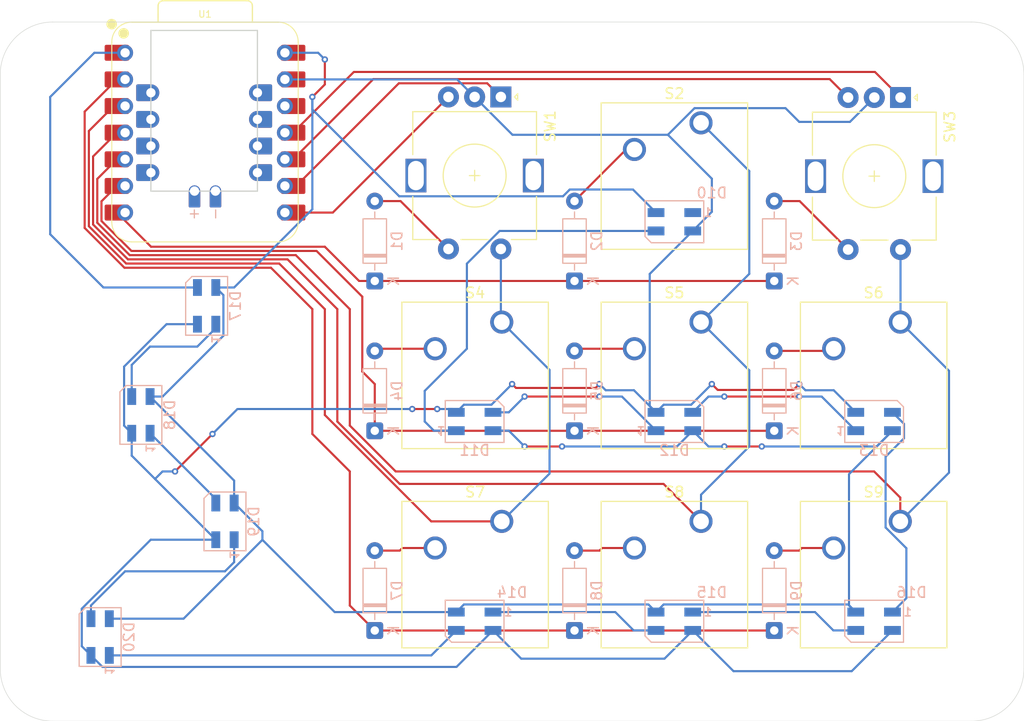
<source format=kicad_pcb>
(kicad_pcb (version 20241229) (generator "pcbnew") (generator_version "9.0")
  (layers (0 "F.Cu" signal) (2 "B.Cu" signal) (13 "F.Paste" user) (15 "B.Paste" user) (5 "F.SilkS" user "F.Silkscreen") (7 "B.SilkS" user "B.Silkscreen") (1 "F.Mask" user) (3 "B.Mask" user) (25 "Edge.Cuts" user))
  (net 0 "")
  (net 1 "row_0")
  (net 2 "Net-(D1-A)")
  (net 3 "Net-(D2-A)")
  (net 4 "Net-(D3-A)")
  (net 5 "Net-(D4-A)")
  (net 6 "Net-(D5-A)")
  (net 7 "Net-(D6-A)")
  (net 8 "Net-(D7-A)")
  (net 9 "Net-(D8-A)")
  (net 10 "Net-(D9-A)")
  (net 11 "row_1")
  (net 12 "row_2")
  (net 13 "Net-(D10-DIN)")
  (net 14 "+5V")
  (net 16 "RotEnc1B")
  (net 17 "RotEnc1A")
  (net 18 "RotEnc2A")
  (net 20 "RotEnc2B")
  (net 21 "Net-(D11-DIN)")
  (net 22 "Net-(D12-DIN)")
  (net 23 "Net-(D13-DIN)")
  (net 24 "Net-(D14-DIN)")
  (net 25 "Net-(D14-DOUT)")
  (net 26 "Net-(D15-DOUT)")
  (net 27 "Net-(D17-DOUT)")
  (net 28 "Led input")
  (net 29 "Net-(D18-DOUT)")
  (net 30 "Net-(D19-DOUT)")
  (net 31 "col_1")
  (net 32 "col_0")
  (net 33 "col_2")
  (net 34 "GND")
  (footprint "Button_Switch_Keyboard:SW_Cherry_MX_1.00u_PCB" (layer "F.Cu") (at 133.017242 77.096639)
    (property "Reference" "S4")
    (property "Value" "~")
  )
  (footprint "Button_Switch_Keyboard:SW_Cherry_MX_1.00u_PCB" (layer "F.Cu") (at 171.027242 77.096639)
    (property "Reference" "S6")
    (property "Value" "~")
  )
  (footprint "Rotary_Encoder:RotaryEncoder_Alps_EC11E-Switch_Vertical_H20mm" (layer "F.Cu") (at 132.932242 55.621639 -90)
    (property "Reference" "SW1")
    (property "Value" "RotaryEncoder_Switch")
  )
  (footprint "Seeed Studio XIAO Series Library:XIAO-MG24-DIP" (layer "F.Cu") (at 104.714742 59.030389 90)
    (property "Reference" "U1")
    (property "Value" "MCU_Seeed_XIAO_RP2040")
    (fp_line (start 9.75 -5.159006) (end -5.574811 -5.159006) (stroke (width 0.12)) (layer "Edge.Cuts"))
    (fp_line (start -5.574811 -5.159006) (end -5.574811 5) (stroke (width 0.12)) (layer "Edge.Cuts"))
    (fp_line (start 9.75 5) (end 9.75 -5.159006) (stroke (width 0.12)) (layer "Edge.Cuts"))
    (fp_line (start -5.574811 5.000994) (end 9.75 5.000994) (stroke (width 0.12)) (layer "Edge.Cuts"))
  )
  (footprint "Rotary_Encoder:RotaryEncoder_Alps_EC11E-Switch_Vertical_H20mm" (layer "F.Cu") (at 171.05 55.67625 -90)
    (property "Reference" "SW3")
    (property "Value" "RotaryEncoder_Switch")
  )
  (footprint "Button_Switch_Keyboard:SW_Cherry_MX_1.00u_PCB" (layer "F.Cu") (at 133.017242 96.101639)
    (property "Reference" "S7")
    (property "Value" "~")
  )
  (footprint "Button_Switch_Keyboard:SW_Cherry_MX_1.00u_PCB" (layer "F.Cu") (at 152.022242 96.101639)
    (property "Reference" "S8")
    (property "Value" "~")
  )
  (footprint "Button_Switch_Keyboard:SW_Cherry_MX_1.00u_PCB" (layer "F.Cu") (at 152.022242 58.091639)
    (property "Reference" "S2")
    (property "Value" "~")
  )
  (footprint "Button_Switch_Keyboard:SW_Cherry_MX_1.00u_PCB" (layer "F.Cu") (at 152.022242 77.096639)
    (property "Reference" "S5")
    (property "Value" "~")
  )
  (footprint "Button_Switch_Keyboard:SW_Cherry_MX_1.00u_PCB" (layer "F.Cu") (at 171.027242 96.101639)
    (property "Reference" "S9")
    (property "Value" "~")
  )
  (footprint "LED_SMD:LED_SK6812MINI_PLCC4_3.5x3.5mm_P1.75mm" (layer "B.Cu") (at 130.432242 86.576639)
    (property "Reference" "D11")
    (property "Value" "SK6812MINI")
  )
  (footprint "LED_SMD:LED_SK6812MINI_PLCC4_3.5x3.5mm_P1.75mm" (layer "B.Cu") (at 149.482242 105.626639 180)
    (property "Reference" "D15")
    (property "Value" "SK6812MINI")
  )
  (footprint "Diode_THT:D_DO-35_SOD27_P7.62mm_Horizontal" (layer "B.Cu") (at 159.007242 73.172889 90)
    (property "Reference" "D3")
    (property "Value" "1N4148")
  )
  (footprint "LED_SMD:LED_SK6812MINI_PLCC4_3.5x3.5mm_P1.75mm" (layer "B.Cu") (at 104.869742 75.545389 90)
    (property "Reference" "D17")
    (property "Value" "SK6812MINI")
  )
  (footprint "LED_SMD:LED_SK6812MINI_PLCC4_3.5x3.5mm_P1.75mm" (layer "B.Cu") (at 149.482242 67.526639 180)
    (property "Reference" "D10")
    (property "Value" "SK6812MINI")
  )
  (footprint "Diode_THT:D_DO-35_SOD27_P7.62mm_Horizontal" (layer "B.Cu") (at 159.007242 106.510389 90)
    (property "Reference" "D9")
    (property "Value" "1N4148")
  )
  (footprint "LED_SMD:LED_SK6812MINI_PLCC4_3.5x3.5mm_P1.75mm" (layer "B.Cu") (at 168.532242 86.576639)
    (property "Reference" "D13")
    (property "Value" "SK6812MINI")
  )
  (footprint "LED_SMD:LED_SK6812MINI_PLCC4_3.5x3.5mm_P1.75mm" (layer "B.Cu") (at 106.619742 96.101639 90)
    (property "Reference" "D19")
    (property "Value" "SK6812MINI")
  )
  (footprint "LED_SMD:LED_SK6812MINI_PLCC4_3.5x3.5mm_P1.75mm" (layer "B.Cu") (at 168.532242 105.626639 180)
    (property "Reference" "D16")
    (property "Value" "SK6812MINI")
  )
  (footprint "LED_SMD:LED_SK6812MINI_PLCC4_3.5x3.5mm_P1.75mm" (layer "B.Cu") (at 130.432242 105.626639 180)
    (property "Reference" "D14")
    (property "Value" "SK6812MINI")
  )
  (footprint "Diode_THT:D_DO-35_SOD27_P7.62mm_Horizontal" (layer "B.Cu") (at 120.907242 106.510389 90)
    (property "Reference" "D7")
    (property "Value" "1N4148")
  )
  (footprint "Diode_THT:D_DO-35_SOD27_P7.62mm_Horizontal" (layer "B.Cu") (at 139.957242 73.172889 90)
    (property "Reference" "D2")
    (property "Value" "1N4148")
  )
  (footprint "Diode_THT:D_DO-35_SOD27_P7.62mm_Horizontal" (layer "B.Cu") (at 159.007242 87.460389 90)
    (property "Reference" "D6")
    (property "Value" "1N4148")
  )
  (footprint "LED_SMD:LED_SK6812MINI_PLCC4_3.5x3.5mm_P1.75mm" (layer "B.Cu") (at 98.600992 85.945389 90)
    (property "Reference" "D18")
    (property "Value" "SK6812MINI")
  )
  (footprint "Diode_THT:D_DO-35_SOD27_P7.62mm_Horizontal" (layer "B.Cu") (at 120.907242 87.460389 90)
    (property "Reference" "D4")
    (property "Value" "1N4148")
  )
  (footprint "Diode_THT:D_DO-35_SOD27_P7.62mm_Horizontal" (layer "B.Cu") (at 139.957242 87.460389 90)
    (property "Reference" "D5")
    (property "Value" "1N4148")
  )
  (footprint "LED_SMD:LED_SK6812MINI_PLCC4_3.5x3.5mm_P1.75mm" (layer "B.Cu") (at 94.713492 107.132889 90)
    (property "Reference" "D20")
    (property "Value" "SK6812MINI")
  )
  (footprint "LED_SMD:LED_SK6812MINI_PLCC4_3.5x3.5mm_P1.75mm" (layer "B.Cu") (at 149.482242 86.576639)
    (property "Reference" "D12")
    (property "Value" "SK6812MINI")
  )
  (footprint "Diode_THT:D_DO-35_SOD27_P7.62mm_Horizontal" (layer "B.Cu") (at 120.907242 73.172889 90)
    (property "Reference" "D1")
    (property "Value" "1N4148")
  )
  (footprint "Diode_THT:D_DO-35_SOD27_P7.62mm_Horizontal" (layer "B.Cu") (at 139.957242 106.510389 90)
    (property "Reference" "D8")
    (property "Value" "1N4148")
  )
  (gr_arc (start 182.819742 110.151639) (mid 181.355265 113.687163) (end 177.819742 115.151639) (stroke (width 0.05)) (layer "Edge.Cuts"))
  (gr_arc (start 177.819742 48.476639) (mid 181.355235 49.941122) (end 182.819742 53.476639) (stroke (width 0.05)) (layer "Edge.Cuts"))
  (gr_arc (start 90.188492 115.151639) (mid 86.652958 113.687173) (end 85.188492 110.151639) (stroke (width 0.05)) (layer "Edge.Cuts"))
  (gr_line (start 90.188492 48.476639) (end 177.819742 48.476639) (stroke (width 0.05)) (layer "Edge.Cuts"))
  (gr_line (start 182.819742 53.476639) (end 182.819742 110.151639) (stroke (width 0.05)) (layer "Edge.Cuts"))
  (gr_arc (start 85.188492 53.476639) (mid 86.652958 49.941105) (end 90.188492 48.476639) (stroke (width 0.05)) (layer "Edge.Cuts"))
  (gr_line (start 177.819742 115.151639) (end 90.188492 115.151639) (stroke (width 0.05)) (layer "Edge.Cuts"))
  (gr_line (start 85.188492 110.151639) (end 85.188492 53.476639) (stroke (width 0.05)) (layer "Edge.Cuts"))
  (segment (start 120.907242 73.172889) (end 159.007242 73.172889) (width 0.2) (layer "F.Cu") (net 1))
  (segment (start 119.409742 73.172889) (end 120.907242 73.172889) (width 0.2) (layer "F.Cu") (net 1))
  (segment (start 96.309742 66.650389) (end 99.567242 69.907889) (width 0.2) (layer "F.Cu") (net 1))
  (segment (start 99.567242 69.907889) (end 116.144742 69.907889) (width 0.2) (layer "F.Cu") (net 1))
  (segment (start 116.144742 69.907889) (end 119.409742 73.172889) (width 0.2) (layer "F.Cu") (net 1))
  (segment (start 127.932242 70.121639) (end 123.363492 65.552889) (width 0.2) (layer "F.Cu") (net 2))
  (segment (start 123.363492 65.552889) (end 120.907242 65.552889) (width 0.2) (layer "F.Cu") (net 2))
  (segment (start 144.878492 60.631639) (end 139.957242 65.552889) (width 0.2) (layer "F.Cu") (net 3))
  (segment (start 145.672242 60.631639) (end 144.878492 60.631639) (width 0.2) (layer "F.Cu") (net 3))
  (segment (start 159.007242 65.552889) (end 161.426639 65.552889) (width 0.2) (layer "F.Cu") (net 4))
  (segment (start 161.426639 65.552889) (end 166.05 70.17625) (width 0.2) (layer "F.Cu") (net 4))
  (segment (start 121.110992 79.636639) (end 120.907242 79.840389) (width 0.2) (layer "F.Cu") (net 5))
  (segment (start 126.667242 79.636639) (end 121.110992 79.636639) (width 0.2) (layer "F.Cu") (net 5))
  (segment (start 140.160992 79.636639) (end 139.957242 79.840389) (width 0.2) (layer "F.Cu") (net 6))
  (segment (start 145.672242 79.636639) (end 140.160992 79.636639) (width 0.2) (layer "F.Cu") (net 6))
  (segment (start 164.473492 79.840389) (end 164.677242 79.636639) (width 0.2) (layer "F.Cu") (net 7))
  (segment (start 159.007242 79.840389) (end 164.473492 79.840389) (width 0.2) (layer "F.Cu") (net 7))
  (segment (start 123.288492 98.890389) (end 123.537242 98.641639) (width 0.2) (layer "F.Cu") (net 8))
  (segment (start 120.907242 98.890389) (end 123.288492 98.890389) (width 0.2) (layer "F.Cu") (net 8))
  (segment (start 123.537242 98.641639) (end 126.667242 98.641639) (width 0.2) (layer "F.Cu") (net 8))
  (segment (start 142.587242 98.641639) (end 145.672242 98.641639) (width 0.2) (layer "F.Cu") (net 9))
  (segment (start 142.338492 98.890389) (end 142.587242 98.641639) (width 0.2) (layer "F.Cu") (net 9))
  (segment (start 139.957242 98.890389) (end 142.338492 98.890389) (width 0.2) (layer "F.Cu") (net 9))
  (segment (start 161.388492 98.890389) (end 161.637242 98.641639) (width 0.2) (layer "F.Cu") (net 10))
  (segment (start 161.637242 98.641639) (end 164.677242 98.641639) (width 0.2) (layer "F.Cu") (net 10))
  (segment (start 159.007242 98.890389) (end 161.388492 98.890389) (width 0.2) (layer "F.Cu") (net 10))
  (segment (start 96.309742 64.110389) (end 94.842742 65.577389) (width 0.2) (layer "F.Cu") (net 11))
  (segment (start 94.842742 65.577389) (end 94.842742 67.452015) (width 0.2) (layer "F.Cu") (net 11))
  (segment (start 119.716617 81.814139) (end 120.907242 83.004764) (width 0.2) (layer "F.Cu") (net 11))
  (segment (start 115.355117 70.308889) (end 119.716617 74.670389) (width 0.2) (layer "F.Cu") (net 11))
  (segment (start 119.716617 74.670389) (end 119.716617 81.814139) (width 0.2) (layer "F.Cu") (net 11))
  (segment (start 120.907242 83.004764) (end 120.907242 87.460389) (width 0.2) (layer "F.Cu") (net 11))
  (segment (start 94.842742 67.452015) (end 97.699616 70.308889) (width 0.2) (layer "F.Cu") (net 11))
  (segment (start 159.007242 87.460389) (end 120.907242 87.460389) (width 0.2) (layer "F.Cu") (net 11))
  (segment (start 97.699616 70.308889) (end 115.355117 70.308889) (width 0.2) (layer "F.Cu") (net 11))
  (segment (start 97.035216 71.912889) (end 111.005992 71.912889) (width 0.2) (layer "F.Cu") (net 12))
  (segment (start 111.005992 71.912889) (end 114.954117 75.861014) (width 0.2) (layer "F.Cu") (net 12))
  (segment (start 120.907242 106.510389) (end 159.007242 106.510389) (width 0.2) (layer "F.Cu") (net 12))
  (segment (start 93.238742 57.021389) (end 93.238742 68.116415) (width 0.2) (layer "F.Cu") (net 12))
  (segment (start 118.525992 104.129139) (end 120.907242 106.510389) (width 0.2) (layer "F.Cu") (net 12))
  (segment (start 93.238742 68.116415) (end 97.035216 71.912889) (width 0.2) (layer "F.Cu") (net 12))
  (segment (start 96.309742 53.950389) (end 93.238742 57.021389) (width 0.2) (layer "F.Cu") (net 12))
  (segment (start 118.525992 91.339139) (end 118.525992 104.129139) (width 0.2) (layer "F.Cu") (net 12))
  (segment (start 114.954117 87.767264) (end 118.525992 91.339139) (width 0.2) (layer "F.Cu") (net 12))
  (segment (start 114.954117 75.861014) (end 114.954117 87.767264) (width 0.2) (layer "F.Cu") (net 12))
  (segment (start 128.682242 87.451639) (end 126.544742 87.451639) (width 0.2) (layer "B.Cu") (net 13))
  (segment (start 129.692001 71.521988) (end 132.81235 68.401639) (width 0.2) (layer "B.Cu") (net 13))
  (segment (start 125.669742 86.576639) (end 125.669742 83.659323) (width 0.2) (layer "B.Cu") (net 13))
  (segment (start 126.544742 87.451639) (end 125.669742 86.576639) (width 0.2) (layer "B.Cu") (net 13))
  (segment (start 125.669742 83.659323) (end 129.692001 79.637064) (width 0.2) (layer "B.Cu") (net 13))
  (segment (start 132.81235 68.401639) (end 147.732242 68.401639) (width 0.2) (layer "B.Cu") (net 13))
  (segment (start 129.692001 79.637064) (end 129.692001 71.521988) (width 0.2) (layer "B.Cu") (net 13))
  (segment (start 116.144742 54.429764) (end 114.954117 55.620389) (width 0.2) (layer "F.Cu") (net 14))
  (segment (start 138.766617 88.957889) (end 135.194742 88.957889) (width 0.2) (layer "F.Cu") (net 14))
  (segment (start 157.816617 88.957889) (end 154.244742 88.957889) (width 0.2) (layer "F.Cu") (net 14))
  (segment (start 116.144742 52.048514) (end 116.144742 54.429764) (width 0.2) (layer "F.Cu") (net 14))
  (via (at 157.816617 88.957889) (size 0.6) (drill 0.3) (layers "F.Cu" "B.Cu") (net 14))
  (via (at 138.766617 88.957889) (size 0.6) (drill 0.3) (layers "F.Cu" "B.Cu") (net 14))
  (via (at 135.194742 88.957889) (size 0.6) (drill 0.3) (layers "F.Cu" "B.Cu") (net 14))
  (via (at 114.954117 55.620389) (size 0.6) (drill 0.3) (layers "F.Cu" "B.Cu") (net 14))
  (via (at 154.244742 88.957889) (size 0.6) (drill 0.3) (layers "F.Cu" "B.Cu") (net 14))
  (via (at 116.144742 52.048514) (size 0.6) (drill 0.3) (layers "F.Cu" "B.Cu") (net 14))
  (segment (start 114.954117 56.811014) (end 114.954117 55.620389) (width 0.2) (layer "B.Cu") (net 14))
  (segment (start 166.056242 104.025639) (end 166.782242 104.751639) (width 0.2) (layer "B.Cu") (net 14))
  (segment (start 147.006242 104.025639) (end 147.732242 104.751639) (width 0.2) (layer "B.Cu") (net 14))
  (segment (start 99.475992 84.195389) (end 107.494742 92.214139) (width 0.2) (layer "B.Cu") (net 14))
  (segment (start 106.470742 74.521389) (end 106.470742 78.396389) (width 0.2) (layer "B.Cu") (net 14))
  (segment (start 114.954117 66.336014) (end 107.494742 73.795389) (width 0.2) (layer "B.Cu") (net 14))
  (segment (start 170.282242 87.451639) (end 166.136242 91.597639) (width 0.2) (layer "B.Cu") (net 14))
  (segment (start 129.408242 104.025639) (end 147.006242 104.025639) (width 0.2) (layer "B.Cu") (net 14))
  (segment (start 105.744742 73.795389) (end 106.470742 74.521389) (width 0.2) (layer "B.Cu") (net 14))
  (segment (start 166.136242 104.105639) (end 166.782242 104.751639) (width 0.2) (layer "B.Cu") (net 14))
  (segment (start 135.194742 88.957889) (end 133.688492 87.451639) (width 0.2) (layer "B.Cu") (net 14))
  (segment (start 115.506617 51.410389) (end 116.144742 52.048514) (width 0.2) (layer "B.Cu") (net 14))
  (segment (start 148.458242 104.025639) (end 166.056242 104.025639) (width 0.2) (layer "B.Cu") (net 14))
  (segment (start 170.282242 87.451639) (end 168.775992 88.957889) (width 0.2) (layer "B.Cu") (net 14))
  (segment (start 110.191617 97.859364) (end 102.668092 105.382889) (width 0.2) (layer "B.Cu") (net 14))
  (segment (start 152.738492 88.957889) (end 151.232242 87.451639) (width 0.2) (layer "B.Cu") (net 14))
  (segment (start 123.239942 65.096839) (end 114.954117 56.811014) (width 0.2) (layer "B.Cu") (net 14))
  (segment (start 166.136242 91.597639) (end 166.136242 104.105639) (width 0.2) (layer "B.Cu") (net 14))
  (segment (start 133.688492 87.451639) (end 132.182242 87.451639) (width 0.2) (layer "B.Cu") (net 14))
  (segment (start 102.668092 105.382889) (end 95.588492 105.382889) (width 0.2) (layer "B.Cu") (net 14))
  (segment (start 112.334742 51.410389) (end 115.506617 51.410389) (width 0.2) (layer "B.Cu") (net 14))
  (segment (start 149.725992 88.957889) (end 138.766617 88.957889) (width 0.2) (layer "B.Cu") (net 14))
  (segment (start 110.191617 97.859364) (end 117.083892 104.751639) (width 0.2) (layer "B.Cu") (net 14))
  (segment (start 110.191617 97.048514) (end 110.191617 97.859364) (width 0.2) (layer "B.Cu") (net 14))
  (segment (start 107.494742 94.351639) (end 110.191617 97.048514) (width 0.2) (layer "B.Cu") (net 14))
  (segment (start 107.494742 73.795389) (end 105.744742 73.795389) (width 0.2) (layer "B.Cu") (net 14))
  (segment (start 168.775992 88.957889) (end 157.816617 88.957889) (width 0.2) (layer "B.Cu") (net 14))
  (segment (start 128.682242 104.751639) (end 129.408242 104.025639) (width 0.2) (layer "B.Cu") (net 14))
  (segment (start 154.244742 88.957889) (end 152.738492 88.957889) (width 0.2) (layer "B.Cu") (net 14))
  (segment (start 117.083892 104.751639) (end 128.682242 104.751639) (width 0.2) (layer "B.Cu") (net 14))
  (segment (start 139.501192 64.451889) (end 138.856242 65.096839) (width 0.2) (layer "B.Cu") (net 14))
  (segment (start 107.494742 92.214139) (end 107.494742 94.351639) (width 0.2) (layer "B.Cu") (net 14))
  (segment (start 100.671742 84.195389) (end 99.475992 84.195389) (width 0.2) (layer "B.Cu") (net 14))
  (segment (start 147.732242 104.751639) (end 148.458242 104.025639) (width 0.2) (layer "B.Cu") (net 14))
  (segment (start 106.470742 78.396389) (end 100.671742 84.195389) (width 0.2) (layer "B.Cu") (net 14))
  (segment (start 147.732242 66.651639) (end 145.532492 64.451889) (width 0.2) (layer "B.Cu") (net 14))
  (segment (start 151.232242 87.451639) (end 149.725992 88.957889) (width 0.2) (layer "B.Cu") (net 14))
  (segment (start 114.954117 55.620389) (end 114.954117 66.336014) (width 0.2) (layer "B.Cu") (net 14))
  (segment (start 138.856242 65.096839) (end 123.239942 65.096839) (width 0.2) (layer "B.Cu") (net 14))
  (segment (start 145.532492 64.451889) (end 139.501192 64.451889) (width 0.2) (layer "B.Cu") (net 14))
  (segment (start 112.334742 66.650389) (end 116.903492 66.650389) (width 0.2) (layer "F.Cu") (net 16))
  (segment (start 116.903492 66.650389) (end 127.932242 55.621639) (width 0.2) (layer "F.Cu") (net 16))
  (segment (start 131.631242 54.320639) (end 132.932242 55.621639) (width 0.2) (layer "F.Cu") (net 17))
  (segment (start 112.334742 64.110389) (end 113.412372 64.110389) (width 0.2) (layer "F.Cu") (net 17))
  (segment (start 113.412372 64.110389) (end 123.202122 54.320639) (width 0.2) (layer "F.Cu") (net 17))
  (segment (start 123.202122 54.320639) (end 131.631242 54.320639) (width 0.2) (layer "F.Cu") (net 17))
  (segment (start 113.119742 59.030389) (end 118.910992 53.239139) (width 0.2) (layer "F.Cu") (net 18))
  (segment (start 168.612889 53.239139) (end 171.05 55.67625) (width 0.2) (layer "F.Cu") (net 18))
  (segment (start 118.910992 53.239139) (end 168.612889 53.239139) (width 0.2) (layer "F.Cu") (net 18))
  (segment (start 120.770492 53.919639) (end 164.293389 53.919639) (width 0.2) (layer "F.Cu") (net 20))
  (segment (start 113.119742 61.570389) (end 120.770492 53.919639) (width 0.2) (layer "F.Cu") (net 20))
  (segment (start 164.293389 53.919639) (end 166.05 55.67625) (width 0.2) (layer "F.Cu") (net 20))
  (segment (start 142.338492 84.195389) (end 135.194742 84.195389) (width 0.2) (layer "F.Cu") (net 21))
  (via (at 135.194742 84.195389) (size 0.6) (drill 0.3) (layers "F.Cu" "B.Cu") (net 21))
  (via (at 142.338492 84.195389) (size 0.6) (drill 0.3) (layers "F.Cu" "B.Cu") (net 21))
  (segment (start 133.688492 85.701639) (end 132.182242 85.701639) (width 0.2) (layer "B.Cu") (net 21))
  (segment (start 135.194742 84.195389) (end 133.688492 85.701639) (width 0.2) (layer "B.Cu") (net 21))
  (segment (start 144.475992 84.195389) (end 142.338492 84.195389) (width 0.2) (layer "B.Cu") (net 21))
  (segment (start 147.732242 87.451639) (end 144.475992 84.195389) (width 0.2) (layer "B.Cu") (net 21))
  (segment (start 161.388492 84.195389) (end 154.244742 84.195389) (width 0.2) (layer "F.Cu") (net 22))
  (via (at 161.388492 84.195389) (size 0.6) (drill 0.3) (layers "F.Cu" "B.Cu") (net 22))
  (via (at 154.244742 84.195389) (size 0.6) (drill 0.3) (layers "F.Cu" "B.Cu") (net 22))
  (segment (start 163.525992 84.195389) (end 161.388492 84.195389) (width 0.2) (layer "B.Cu") (net 22))
  (segment (start 152.738492 84.195389) (end 151.232242 85.701639) (width 0.2) (layer "B.Cu") (net 22))
  (segment (start 154.244742 84.195389) (end 152.738492 84.195389) (width 0.2) (layer "B.Cu") (net 22))
  (segment (start 166.782242 87.451639) (end 163.525992 84.195389) (width 0.2) (layer "B.Cu") (net 22))
  (segment (start 171.607556 103.426325) (end 171.607556 98.663267) (width 0.2) (layer "B.Cu") (net 23))
  (segment (start 171.383242 86.802639) (end 170.282242 85.701639) (width 0.2) (layer "B.Cu") (net 23))
  (segment (start 171.383242 88.177639) (end 171.383242 86.802639) (width 0.2) (layer "B.Cu") (net 23))
  (segment (start 171.607556 98.663267) (end 169.626242 96.681953) (width 0.2) (layer "B.Cu") (net 23))
  (segment (start 169.626242 89.934639) (end 171.383242 88.177639) (width 0.2) (layer "B.Cu") (net 23))
  (segment (start 169.626242 96.681953) (end 169.626242 89.934639) (width 0.2) (layer "B.Cu") (net 23))
  (segment (start 170.282242 104.751639) (end 171.607556 103.426325) (width 0.2) (layer "B.Cu") (net 23))
  (segment (start 95.588492 108.882889) (end 126.300992 108.882889) (width 0.2) (layer "B.Cu") (net 24))
  (segment (start 126.300992 108.882889) (end 128.682242 106.501639) (width 0.2) (layer "B.Cu") (net 24))
  (segment (start 145.594742 106.501639) (end 147.732242 106.501639) (width 0.2) (layer "B.Cu") (net 25))
  (segment (start 143.844742 104.751639) (end 145.594742 106.501639) (width 0.2) (layer "B.Cu") (net 25))
  (segment (start 132.182242 104.751639) (end 143.844742 104.751639) (width 0.2) (layer "B.Cu") (net 25))
  (segment (start 164.644742 106.501639) (end 166.782242 106.501639) (width 0.2) (layer "B.Cu") (net 26))
  (segment (start 151.232242 104.751639) (end 162.894742 104.751639) (width 0.2) (layer "B.Cu") (net 26))
  (segment (start 162.894742 104.751639) (end 164.644742 106.501639) (width 0.2) (layer "B.Cu") (net 26))
  (segment (start 105.744742 77.670389) (end 103.982242 79.432889) (width 0.2) (layer "B.Cu") (net 27))
  (segment (start 105.744742 77.295389) (end 105.744742 77.670389) (width 0.2) (layer "B.Cu") (net 27))
  (segment (start 99.475992 79.432889) (end 97.725992 81.182889) (width 0.2) (layer "B.Cu") (net 27))
  (segment (start 103.982242 79.432889) (end 99.475992 79.432889) (width 0.2) (layer "B.Cu") (net 27))
  (segment (start 97.725992 81.182889) (end 97.725992 84.195389) (width 0.2) (layer "B.Cu") (net 27))
  (segment (start 89.950992 68.717264) (end 95.029117 73.795389) (width 0.2) (layer "B.Cu") (net 28))
  (segment (start 94.160992 51.410389) (end 89.950992 55.620389) (width 0.2) (layer "B.Cu") (net 28))
  (segment (start 95.029117 73.795389) (end 103.994742 73.795389) (width 0.2) (layer "B.Cu") (net 28))
  (segment (start 97.094742 51.410389) (end 94.160992 51.410389) (width 0.2) (layer "B.Cu") (net 28))
  (segment (start 89.950992 55.620389) (end 89.950992 68.717264) (width 0.2) (layer "B.Cu") (net 28))
  (segment (start 105.744742 93.964139) (end 105.744742 94.351639) (width 0.2) (layer "B.Cu") (net 29))
  (segment (start 99.475992 87.695389) (end 105.744742 93.964139) (width 0.2) (layer "B.Cu") (net 29))
  (segment (start 97.094742 100.864139) (end 93.838492 104.120389) (width 0.2) (layer "B.Cu") (net 30))
  (segment (start 106.619742 100.864139) (end 97.094742 100.864139) (width 0.2) (layer "B.Cu") (net 30))
  (segment (start 107.494742 97.851639) (end 107.494742 99.989139) (width 0.2) (layer "B.Cu") (net 30))
  (segment (start 107.494742 99.989139) (end 106.619742 100.864139) (width 0.2) (layer "B.Cu") (net 30))
  (segment (start 93.838492 104.120389) (end 93.838492 105.382889) (width 0.2) (layer "B.Cu") (net 30))
  (segment (start 94.040742 67.784215) (end 97.367416 71.110889) (width 0.2) (layer "F.Cu") (net 31))
  (segment (start 94.040742 61.299389) (end 94.040742 67.784215) (width 0.2) (layer "F.Cu") (net 31))
  (segment (start 112.585242 71.110889) (end 117.335367 75.861014) (width 0.2) (layer "F.Cu") (net 31))
  (segment (start 96.309742 59.030389) (end 94.040742 61.299389) (width 0.2) (layer "F.Cu") (net 31))
  (segment (start 117.335367 86.576639) (end 123.288492 92.529764) (width 0.2) (layer "F.Cu") (net 31))
  (segment (start 148.450367 92.529764) (end 152.022242 96.101639) (width 0.2) (layer "F.Cu") (net 31))
  (segment (start 117.335367 75.861014) (end 117.335367 86.576639) (width 0.2) (layer "F.Cu") (net 31))
  (segment (start 123.288492 92.529764) (end 148.450367 92.529764) (width 0.2) (layer "F.Cu") (net 31))
  (segment (start 97.367416 71.110889) (end 112.585242 71.110889) (width 0.2) (layer "F.Cu") (net 31))
  (segment (start 152.022242 96.101639) (end 152.022242 93.561639) (width 0.2) (layer "B.Cu") (net 31))
  (segment (start 156.625992 62.695389) (end 152.022242 58.091639) (width 0.2) (layer "B.Cu") (net 31))
  (segment (start 156.625992 72.492889) (end 156.625992 62.695389) (width 0.2) (layer "B.Cu") (net 31))
  (segment (start 152.022242 77.096639) (end 156.625992 72.492889) (width 0.2) (layer "B.Cu") (net 31))
  (segment (start 156.625992 81.700389) (end 152.022242 77.096639) (width 0.2) (layer "B.Cu") (net 31))
  (segment (start 152.022242 93.561639) (end 156.625992 88.957889) (width 0.2) (layer "B.Cu") (net 31))
  (segment (start 156.625992 88.957889) (end 156.625992 81.700389) (width 0.2) (layer "B.Cu") (net 31))
  (segment (start 96.017112 56.490389) (end 97.094742 56.490389) (width 0.2) (layer "F.Cu") (net 32))
  (segment (start 133.017242 96.101639) (end 126.293267 96.101639) (width 0.2) (layer "F.Cu") (net 32))
  (segment (start 126.293267 96.101639) (end 116.144742 85.953114) (width 0.2) (layer "F.Cu") (net 32))
  (segment (start 111.795617 71.511889) (end 97.201316 71.511889) (width 0.2) (layer "F.Cu") (net 32))
  (segment (start 116.144742 75.861014) (end 111.795617 71.511889) (width 0.2) (layer "F.Cu") (net 32))
  (segment (start 116.144742 85.953114) (end 116.144742 75.861014) (width 0.2) (layer "F.Cu") (net 32))
  (segment (start 97.201316 71.511889) (end 93.639742 67.950315) (width 0.2) (layer "F.Cu") (net 32))
  (segment (start 93.639742 58.867759) (end 96.017112 56.490389) (width 0.2) (layer "F.Cu") (net 32))
  (segment (start 93.639742 67.950315) (end 93.639742 58.867759) (width 0.2) (layer "F.Cu") (net 32))
  (segment (start 132.932242 96.016639) (end 133.017242 96.101639) (width 0.2) (layer "B.Cu") (net 32))
  (segment (start 132.932242 70.121639) (end 132.932242 77.011639) (width 0.2) (layer "B.Cu") (net 32))
  (segment (start 133.017242 77.096639) (end 137.575992 81.655389) (width 0.2) (layer "B.Cu") (net 32))
  (segment (start 137.575992 81.655389) (end 137.575992 91.542889) (width 0.2) (layer "B.Cu") (net 32))
  (segment (start 132.932242 77.011639) (end 133.017242 77.096639) (width 0.2) (layer "B.Cu") (net 32))
  (segment (start 137.575992 91.542889) (end 133.017242 96.101639) (width 0.2) (layer "B.Cu") (net 32))
  (segment (start 168.532242 91.339139) (end 122.899832 91.339139) (width 0.2) (layer "F.Cu") (net 33))
  (segment (start 118.525992 86.965299) (end 118.525992 75.861014) (width 0.2) (layer "F.Cu") (net 33))
  (segment (start 97.533516 70.709889) (end 94.441742 67.618115) (width 0.2) (layer "F.Cu") (net 33))
  (segment (start 171.027242 93.834139) (end 168.532242 91.339139) (width 0.2) (layer "F.Cu") (net 33))
  (segment (start 118.525992 75.861014) (end 113.374867 70.709889) (width 0.2) (layer "F.Cu") (net 33))
  (segment (start 171.027242 96.101639) (end 171.027242 93.834139) (width 0.2) (layer "F.Cu") (net 33))
  (segment (start 94.441742 67.618115) (end 94.441742 63.438389) (width 0.2) (layer "F.Cu") (net 33))
  (segment (start 113.374867 70.709889) (end 97.533516 70.709889) (width 0.2) (layer "F.Cu") (net 33))
  (segment (start 122.899832 91.339139) (end 118.525992 86.965299) (width 0.2) (layer "F.Cu") (net 33))
  (segment (start 94.441742 63.438389) (end 96.309742 61.570389) (width 0.2) (layer "F.Cu") (net 33))
  (segment (start 171.05 77.073881) (end 171.027242 77.096639) (width 0.2) (layer "B.Cu") (net 33))
  (segment (start 171.027242 77.096639) (end 175.675992 81.745389) (width 0.2) (layer "B.Cu") (net 33))
  (segment (start 175.675992 91.452889) (end 171.027242 96.101639) (width 0.2) (layer "B.Cu") (net 33))
  (segment (start 175.675992 81.745389) (end 175.675992 91.452889) (width 0.2) (layer "B.Cu") (net 33))
  (segment (start 171.05 70.17625) (end 171.05 77.073881) (width 0.2) (layer "B.Cu") (net 33))
  (segment (start 161.388492 83.004764) (end 160.827695 83.565561) (width 0.2) (layer "F.Cu") (net 34))
  (segment (start 153.614914 83.565561) (end 153.054117 83.004764) (width 0.2) (layer "F.Cu") (net 34))
  (segment (start 141.965617 83.377639) (end 134.376992 83.377639) (width 0.2) (layer "F.Cu") (net 34))
  (segment (start 124.479117 85.386014) (end 126.860367 85.386014) (width 0.2) (layer "F.Cu") (net 34))
  (segment (start 142.338492 83.004764) (end 141.965617 83.377639) (width 0.2) (layer "F.Cu") (net 34))
  (segment (start 101.857242 91.339139) (end 105.429117 87.767264) (width 0.2) (layer "F.Cu") (net 34))
  (segment (start 160.827695 83.565561) (end 153.614914 83.565561) (width 0.2) (layer "F.Cu") (net 34))
  (segment (start 134.376992 83.377639) (end 134.004117 83.004764) (width 0.2) (layer "F.Cu") (net 34))
  (via (at 161.388492 83.004764) (size 0.6) (drill 0.3) (layers "F.Cu" "B.Cu") (net 34))
  (via (at 153.054117 83.004764) (size 0.6) (drill 0.3) (layers "F.Cu" "B.Cu") (net 34))
  (via (at 124.479117 85.386014) (size 0.6) (drill 0.3) (layers "F.Cu" "B.Cu") (net 34))
  (via (at 105.429117 87.767264) (size 0.6) (drill 0.3) (layers "F.Cu" "B.Cu") (net 34))
  (via (at 134.004117 83.004764) (size 0.6) (drill 0.3) (layers "F.Cu" "B.Cu") (net 34))
  (via (at 126.860367 85.386014) (size 0.6) (drill 0.3) (layers "F.Cu" "B.Cu") (net 34))
  (via (at 101.857242 91.339139) (size 0.6) (drill 0.3) (layers "F.Cu" "B.Cu") (net 34))
  (via (at 142.338492 83.004764) (size 0.6) (drill 0.3) (layers "F.Cu" "B.Cu") (net 34))
  (segment (start 100.666617 91.339139) (end 101.857242 91.339139) (width 0.2) (layer "B.Cu") (net 34))
  (segment (start 96.999992 86.969389) (end 97.725992 87.695389) (width 0.2) (layer "B.Cu") (net 34))
  (segment (start 130.432242 55.621639) (end 134.041242 59.230639) (width 0.2) (layer "B.Cu") (net 34))
  (segment (start 92.963492 104.428289) (end 92.963492 108.007889) (width 0.2) (layer "B.Cu") (net 34))
  (segment (start 128.699992 109.983889) (end 132.182242 106.501639) (width 0.2) (layer "B.Cu") (net 34))
  (segment (start 148.866058 59.230639) (end 153.054117 63.418698) (width 0.2) (layer "B.Cu") (net 34))
  (segment (start 147.732242 85.701639) (end 147.131242 85.100639) (width 0.2) (layer "B.Cu") (net 34))
  (segment (start 99.540142 97.851639) (end 92.963492 104.428289) (width 0.2) (layer "B.Cu") (net 34))
  (segment (start 93.838492 108.882889) (end 94.939492 109.983889) (width 0.2) (layer "B.Cu") (net 34))
  (segment (start 132.033242 84.975639) (end 129.408242 84.975639) (width 0.2) (layer "B.Cu") (net 34))
  (segment (start 142.928117 83.594389) (end 142.338492 83.004764) (width 0.2) (layer "B.Cu") (net 34))
  (segment (start 128.366617 85.386014) (end 128.682242 85.701639) (width 0.2) (layer "B.Cu") (net 34))
  (segment (start 153.054117 83.004764) (end 151.083242 84.975639) (width 0.2) (layer "B.Cu") (net 34))
  (segment (start 99.94943 92.056326) (end 100.666617 91.339139) (width 0.2) (layer "B.Cu") (net 34))
  (segment (start 151.406058 56.690639) (end 160.077492 56.690639) (width 0.2) (layer "B.Cu") (net 34))
  (segment (start 166.394742 110.389139) (end 170.282242 106.501639) (width 0.2) (layer "B.Cu") (net 34))
  (segment (start 97.725992 87.695389) (end 97.725992 89.832889) (width 0.2) (layer "B.Cu") (net 34))
  (segment (start 148.866058 59.230639) (end 151.406058 56.690639) (width 0.2) (layer "B.Cu") (net 34))
  (segment (start 160.077492 56.690639) (end 161.388492 58.001639) (width 0.2) (layer "B.Cu") (net 34))
  (segment (start 103.994742 77.295389) (end 101.046392 77.295389) (width 0.2) (layer "B.Cu") (net 34))
  (segment (start 130.432242 55.621639) (end 128.760992 53.950389) (width 0.2) (layer "B.Cu") (net 34))
  (segment (start 99.94943 92.056326) (end 105.744742 97.851639) (width 0.2) (layer "B.Cu") (net 34))
  (segment (start 126.860367 85.386014) (end 128.366617 85.386014) (width 0.2) (layer "B.Cu") (net 34))
  (segment (start 97.725992 89.832889) (end 99.94943 92.056326) (width 0.2) (layer "B.Cu") (net 34))
  (segment (start 151.083242 84.975639) (end 148.458242 84.975639) (width 0.2) (layer "B.Cu") (net 34))
  (segment (start 94.939492 109.983889) (end 128.699992 109.983889) (width 0.2) (layer "B.Cu") (net 34))
  (segment (start 134.004117 83.004764) (end 132.033242 84.975639) (width 0.2) (layer "B.Cu") (net 34))
  (segment (start 129.408242 84.975639) (end 128.682242 85.701639) (width 0.2) (layer "B.Cu") (net 34))
  (segment (start 155.119742 110.389139) (end 166.394742 110.389139) (width 0.2) (layer "B.Cu") (net 34))
  (segment (start 101.046392 77.295389) (end 96.999992 81.341789) (width 0.2) (layer "B.Cu") (net 34))
  (segment (start 147.732242 85.701639) (end 145.624992 83.594389) (width 0.2) (layer "B.Cu") (net 34))
  (segment (start 134.879117 109.198514) (end 148.535367 109.198514) (width 0.2) (layer "B.Cu") (net 34))
  (segment (start 134.041242 59.230639) (end 148.866058 59.230639) (width 0.2) (layer "B.Cu") (net 34))
  (segment (start 96.999992 81.341789) (end 96.999992 86.969389) (width 0.2) (layer "B.Cu") (net 34))
  (segment (start 164.674992 83.594389) (end 161.978117 83.594389) (width 0.2) (layer "B.Cu") (net 34))
  (segment (start 147.131242 85.100639) (end 147.131242 72.502639) (width 0.2) (layer "B.Cu") (net 34))
  (segment (start 105.429117 87.767264) (end 107.810367 85.386014) (width 0.2) (layer "B.Cu") (net 34))
  (segment (start 153.054117 66.579764) (end 151.232242 68.401639) (width 0.2) (layer "B.Cu") (net 34))
  (segment (start 105.744742 97.851639) (end 99.540142 97.851639) (width 0.2) (layer "B.Cu") (net 34))
  (segment (start 148.458242 84.975639) (end 147.732242 85.701639) (width 0.2) (layer "B.Cu") (net 34))
  (segment (start 161.978117 83.594389) (end 161.388492 83.004764) (width 0.2) (layer "B.Cu") (net 34))
  (segment (start 132.182242 106.501639) (end 134.879117 109.198514) (width 0.2) (layer "B.Cu") (net 34))
  (segment (start 145.624992 83.594389) (end 142.928117 83.594389) (width 0.2) (layer "B.Cu") (net 34))
  (segment (start 147.131242 72.502639) (end 151.232242 68.401639) (width 0.2) (layer "B.Cu") (net 34))
  (segment (start 161.388492 58.001639) (end 166.224611 58.001639) (width 0.2) (layer "B.Cu") (net 34))
  (segment (start 166.782242 85.701639) (end 164.674992 83.594389) (width 0.2) (layer "B.Cu") (net 34))
  (segment (start 151.232242 106.501639) (end 155.119742 110.389139) (width 0.2) (layer "B.Cu") (net 34))
  (segment (start 166.224611 58.001639) (end 168.55 55.67625) (width 0.2) (layer "B.Cu") (net 34))
  (segment (start 128.760992 53.950389) (end 112.334742 53.950389) (width 0.2) (layer "B.Cu") (net 34))
  (segment (start 153.054117 63.418698) (end 153.054117 66.579764) (width 0.2) (layer "B.Cu") (net 34))
  (segment (start 92.963492 108.007889) (end 93.838492 108.882889) (width 0.2) (layer "B.Cu") (net 34))
  (segment (start 148.535367 109.198514) (end 151.232242 106.501639) (width 0.2) (layer "B.Cu") (net 34))
  (segment (start 107.810367 85.386014) (end 124.479117 85.386014) (width 0.2) (layer "B.Cu") (net 34))
)
</source>
